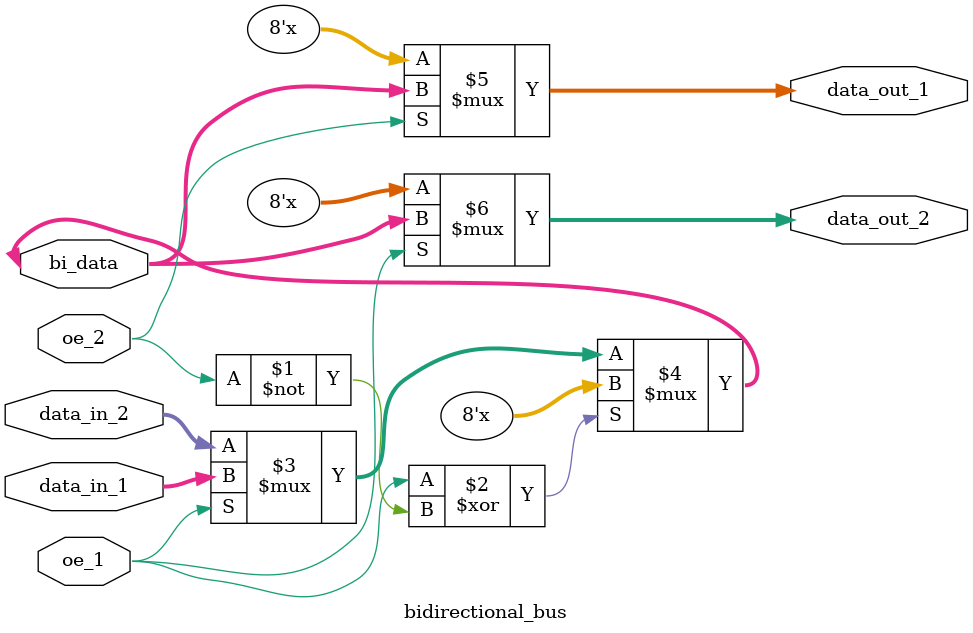
<source format=v>
module bidirectional_bus #(
    parameter N = 8
) (
    input [N-1:0] data_in_1,
    input [N-1:0] data_in_2,
    input oe_1,
    input oe_2,
    output [N-1:0] data_out_1,
    output [N-1:0] data_out_2,
    inout [N-1:0] bi_data
);

assign #(4:5:6) bi_data = (oe_1 ^ oe_2 == 0) ? {N{1'bZ}} : (oe_1 ? data_in_1 : data_in_2);
// if both signals are active or inactive, send high impedance on the wire
assign #(4:5:6) data_out_1 = oe_2 ? bi_data : {N{1'bZ}};
assign #(4:5:6) data_out_2 = oe_1 ? bi_data : {N{1'bZ}};

endmodule
</source>
